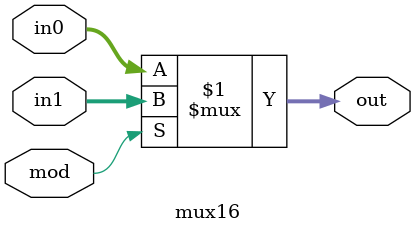
<source format=v>
module mux4(
    input [3:0] in0, in1,
    input carry0, carry1,
    input sel,
    output [3:0] result,
    output carryout
  );

  /*  MUX structure
  
                        ---------
    in0[4bit]    ------\         \
    in1[4bit]    ------\         \------ result [4bit]
                       \   MUX   \
    carry0[1bit] ------\         \------ carryout [1bit]
    carry1[1bit] ------\         \
                        ----------


  */

  assign result = sel? in1: in0;
  assign carryout = sel? carry1: carry0;

endmodule

module mux16(
  input [15:0] in0,
  input [15:0] in1,
  input mod,
  output [15:0] out
);

assign out = mod? in1: in0;


endmodule

</source>
